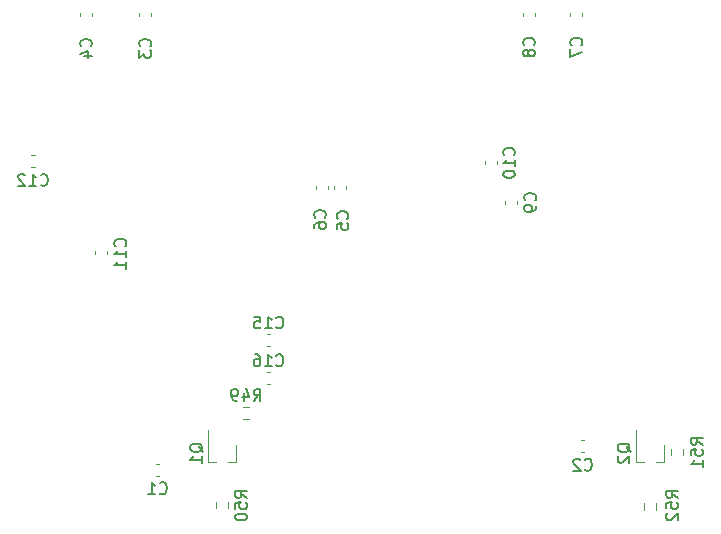
<source format=gbr>
%TF.GenerationSoftware,KiCad,Pcbnew,(6.0.0)*%
%TF.CreationDate,2022-04-09T17:12:42-04:00*%
%TF.ProjectId,ToneEncoderDecoder,546f6e65-456e-4636-9f64-65724465636f,rev?*%
%TF.SameCoordinates,Original*%
%TF.FileFunction,Legend,Bot*%
%TF.FilePolarity,Positive*%
%FSLAX46Y46*%
G04 Gerber Fmt 4.6, Leading zero omitted, Abs format (unit mm)*
G04 Created by KiCad (PCBNEW (6.0.0)) date 2022-04-09 17:12:42*
%MOMM*%
%LPD*%
G01*
G04 APERTURE LIST*
%ADD10C,0.150000*%
%ADD11C,0.120000*%
G04 APERTURE END LIST*
D10*
%TO.C,C1*%
X52966666Y-69357142D02*
X53014285Y-69404761D01*
X53157142Y-69452380D01*
X53252380Y-69452380D01*
X53395238Y-69404761D01*
X53490476Y-69309523D01*
X53538095Y-69214285D01*
X53585714Y-69023809D01*
X53585714Y-68880952D01*
X53538095Y-68690476D01*
X53490476Y-68595238D01*
X53395238Y-68500000D01*
X53252380Y-68452380D01*
X53157142Y-68452380D01*
X53014285Y-68500000D01*
X52966666Y-68547619D01*
X52014285Y-69452380D02*
X52585714Y-69452380D01*
X52300000Y-69452380D02*
X52300000Y-68452380D01*
X52395238Y-68595238D01*
X52490476Y-68690476D01*
X52585714Y-68738095D01*
%TO.C,C2*%
X88966666Y-67357142D02*
X89014285Y-67404761D01*
X89157142Y-67452380D01*
X89252380Y-67452380D01*
X89395238Y-67404761D01*
X89490476Y-67309523D01*
X89538095Y-67214285D01*
X89585714Y-67023809D01*
X89585714Y-66880952D01*
X89538095Y-66690476D01*
X89490476Y-66595238D01*
X89395238Y-66500000D01*
X89252380Y-66452380D01*
X89157142Y-66452380D01*
X89014285Y-66500000D01*
X88966666Y-66547619D01*
X88585714Y-66547619D02*
X88538095Y-66500000D01*
X88442857Y-66452380D01*
X88204761Y-66452380D01*
X88109523Y-66500000D01*
X88061904Y-66547619D01*
X88014285Y-66642857D01*
X88014285Y-66738095D01*
X88061904Y-66880952D01*
X88633333Y-67452380D01*
X88014285Y-67452380D01*
%TO.C,Q1*%
X56647619Y-65904761D02*
X56600000Y-65809523D01*
X56504761Y-65714285D01*
X56361904Y-65571428D01*
X56314285Y-65476190D01*
X56314285Y-65380952D01*
X56552380Y-65428571D02*
X56504761Y-65333333D01*
X56409523Y-65238095D01*
X56219047Y-65190476D01*
X55885714Y-65190476D01*
X55695238Y-65238095D01*
X55600000Y-65333333D01*
X55552380Y-65428571D01*
X55552380Y-65619047D01*
X55600000Y-65714285D01*
X55695238Y-65809523D01*
X55885714Y-65857142D01*
X56219047Y-65857142D01*
X56409523Y-65809523D01*
X56504761Y-65714285D01*
X56552380Y-65619047D01*
X56552380Y-65428571D01*
X56552380Y-66809523D02*
X56552380Y-66238095D01*
X56552380Y-66523809D02*
X55552380Y-66523809D01*
X55695238Y-66428571D01*
X55790476Y-66333333D01*
X55838095Y-66238095D01*
%TO.C,C15*%
X62842857Y-55327142D02*
X62890476Y-55374761D01*
X63033333Y-55422380D01*
X63128571Y-55422380D01*
X63271428Y-55374761D01*
X63366666Y-55279523D01*
X63414285Y-55184285D01*
X63461904Y-54993809D01*
X63461904Y-54850952D01*
X63414285Y-54660476D01*
X63366666Y-54565238D01*
X63271428Y-54470000D01*
X63128571Y-54422380D01*
X63033333Y-54422380D01*
X62890476Y-54470000D01*
X62842857Y-54517619D01*
X61890476Y-55422380D02*
X62461904Y-55422380D01*
X62176190Y-55422380D02*
X62176190Y-54422380D01*
X62271428Y-54565238D01*
X62366666Y-54660476D01*
X62461904Y-54708095D01*
X60985714Y-54422380D02*
X61461904Y-54422380D01*
X61509523Y-54898571D01*
X61461904Y-54850952D01*
X61366666Y-54803333D01*
X61128571Y-54803333D01*
X61033333Y-54850952D01*
X60985714Y-54898571D01*
X60938095Y-54993809D01*
X60938095Y-55231904D01*
X60985714Y-55327142D01*
X61033333Y-55374761D01*
X61128571Y-55422380D01*
X61366666Y-55422380D01*
X61461904Y-55374761D01*
X61509523Y-55327142D01*
%TO.C,Q2*%
X92847619Y-65904761D02*
X92800000Y-65809523D01*
X92704761Y-65714285D01*
X92561904Y-65571428D01*
X92514285Y-65476190D01*
X92514285Y-65380952D01*
X92752380Y-65428571D02*
X92704761Y-65333333D01*
X92609523Y-65238095D01*
X92419047Y-65190476D01*
X92085714Y-65190476D01*
X91895238Y-65238095D01*
X91800000Y-65333333D01*
X91752380Y-65428571D01*
X91752380Y-65619047D01*
X91800000Y-65714285D01*
X91895238Y-65809523D01*
X92085714Y-65857142D01*
X92419047Y-65857142D01*
X92609523Y-65809523D01*
X92704761Y-65714285D01*
X92752380Y-65619047D01*
X92752380Y-65428571D01*
X91847619Y-66238095D02*
X91800000Y-66285714D01*
X91752380Y-66380952D01*
X91752380Y-66619047D01*
X91800000Y-66714285D01*
X91847619Y-66761904D01*
X91942857Y-66809523D01*
X92038095Y-66809523D01*
X92180952Y-66761904D01*
X92752380Y-66190476D01*
X92752380Y-66809523D01*
%TO.C,C7*%
X88657142Y-31433333D02*
X88704761Y-31385714D01*
X88752380Y-31242857D01*
X88752380Y-31147619D01*
X88704761Y-31004761D01*
X88609523Y-30909523D01*
X88514285Y-30861904D01*
X88323809Y-30814285D01*
X88180952Y-30814285D01*
X87990476Y-30861904D01*
X87895238Y-30909523D01*
X87800000Y-31004761D01*
X87752380Y-31147619D01*
X87752380Y-31242857D01*
X87800000Y-31385714D01*
X87847619Y-31433333D01*
X87752380Y-31766666D02*
X87752380Y-32433333D01*
X88752380Y-32004761D01*
%TO.C,C12*%
X42892857Y-43257142D02*
X42940476Y-43304761D01*
X43083333Y-43352380D01*
X43178571Y-43352380D01*
X43321428Y-43304761D01*
X43416666Y-43209523D01*
X43464285Y-43114285D01*
X43511904Y-42923809D01*
X43511904Y-42780952D01*
X43464285Y-42590476D01*
X43416666Y-42495238D01*
X43321428Y-42400000D01*
X43178571Y-42352380D01*
X43083333Y-42352380D01*
X42940476Y-42400000D01*
X42892857Y-42447619D01*
X41940476Y-43352380D02*
X42511904Y-43352380D01*
X42226190Y-43352380D02*
X42226190Y-42352380D01*
X42321428Y-42495238D01*
X42416666Y-42590476D01*
X42511904Y-42638095D01*
X41559523Y-42447619D02*
X41511904Y-42400000D01*
X41416666Y-42352380D01*
X41178571Y-42352380D01*
X41083333Y-42400000D01*
X41035714Y-42447619D01*
X40988095Y-42542857D01*
X40988095Y-42638095D01*
X41035714Y-42780952D01*
X41607142Y-43352380D01*
X40988095Y-43352380D01*
%TO.C,C11*%
X50057142Y-48457142D02*
X50104761Y-48409523D01*
X50152380Y-48266666D01*
X50152380Y-48171428D01*
X50104761Y-48028571D01*
X50009523Y-47933333D01*
X49914285Y-47885714D01*
X49723809Y-47838095D01*
X49580952Y-47838095D01*
X49390476Y-47885714D01*
X49295238Y-47933333D01*
X49200000Y-48028571D01*
X49152380Y-48171428D01*
X49152380Y-48266666D01*
X49200000Y-48409523D01*
X49247619Y-48457142D01*
X50152380Y-49409523D02*
X50152380Y-48838095D01*
X50152380Y-49123809D02*
X49152380Y-49123809D01*
X49295238Y-49028571D01*
X49390476Y-48933333D01*
X49438095Y-48838095D01*
X50152380Y-50361904D02*
X50152380Y-49790476D01*
X50152380Y-50076190D02*
X49152380Y-50076190D01*
X49295238Y-49980952D01*
X49390476Y-49885714D01*
X49438095Y-49790476D01*
%TO.C,C8*%
X84657142Y-31433333D02*
X84704761Y-31385714D01*
X84752380Y-31242857D01*
X84752380Y-31147619D01*
X84704761Y-31004761D01*
X84609523Y-30909523D01*
X84514285Y-30861904D01*
X84323809Y-30814285D01*
X84180952Y-30814285D01*
X83990476Y-30861904D01*
X83895238Y-30909523D01*
X83800000Y-31004761D01*
X83752380Y-31147619D01*
X83752380Y-31242857D01*
X83800000Y-31385714D01*
X83847619Y-31433333D01*
X84180952Y-32004761D02*
X84133333Y-31909523D01*
X84085714Y-31861904D01*
X83990476Y-31814285D01*
X83942857Y-31814285D01*
X83847619Y-31861904D01*
X83800000Y-31909523D01*
X83752380Y-32004761D01*
X83752380Y-32195238D01*
X83800000Y-32290476D01*
X83847619Y-32338095D01*
X83942857Y-32385714D01*
X83990476Y-32385714D01*
X84085714Y-32338095D01*
X84133333Y-32290476D01*
X84180952Y-32195238D01*
X84180952Y-32004761D01*
X84228571Y-31909523D01*
X84276190Y-31861904D01*
X84371428Y-31814285D01*
X84561904Y-31814285D01*
X84657142Y-31861904D01*
X84704761Y-31909523D01*
X84752380Y-32004761D01*
X84752380Y-32195238D01*
X84704761Y-32290476D01*
X84657142Y-32338095D01*
X84561904Y-32385714D01*
X84371428Y-32385714D01*
X84276190Y-32338095D01*
X84228571Y-32290476D01*
X84180952Y-32195238D01*
%TO.C,C6*%
X66957142Y-46033333D02*
X67004761Y-45985714D01*
X67052380Y-45842857D01*
X67052380Y-45747619D01*
X67004761Y-45604761D01*
X66909523Y-45509523D01*
X66814285Y-45461904D01*
X66623809Y-45414285D01*
X66480952Y-45414285D01*
X66290476Y-45461904D01*
X66195238Y-45509523D01*
X66100000Y-45604761D01*
X66052380Y-45747619D01*
X66052380Y-45842857D01*
X66100000Y-45985714D01*
X66147619Y-46033333D01*
X66052380Y-46890476D02*
X66052380Y-46700000D01*
X66100000Y-46604761D01*
X66147619Y-46557142D01*
X66290476Y-46461904D01*
X66480952Y-46414285D01*
X66861904Y-46414285D01*
X66957142Y-46461904D01*
X67004761Y-46509523D01*
X67052380Y-46604761D01*
X67052380Y-46795238D01*
X67004761Y-46890476D01*
X66957142Y-46938095D01*
X66861904Y-46985714D01*
X66623809Y-46985714D01*
X66528571Y-46938095D01*
X66480952Y-46890476D01*
X66433333Y-46795238D01*
X66433333Y-46604761D01*
X66480952Y-46509523D01*
X66528571Y-46461904D01*
X66623809Y-46414285D01*
%TO.C,R50*%
X60352380Y-69769642D02*
X59876190Y-69436309D01*
X60352380Y-69198214D02*
X59352380Y-69198214D01*
X59352380Y-69579166D01*
X59400000Y-69674404D01*
X59447619Y-69722023D01*
X59542857Y-69769642D01*
X59685714Y-69769642D01*
X59780952Y-69722023D01*
X59828571Y-69674404D01*
X59876190Y-69579166D01*
X59876190Y-69198214D01*
X59352380Y-70674404D02*
X59352380Y-70198214D01*
X59828571Y-70150595D01*
X59780952Y-70198214D01*
X59733333Y-70293452D01*
X59733333Y-70531547D01*
X59780952Y-70626785D01*
X59828571Y-70674404D01*
X59923809Y-70722023D01*
X60161904Y-70722023D01*
X60257142Y-70674404D01*
X60304761Y-70626785D01*
X60352380Y-70531547D01*
X60352380Y-70293452D01*
X60304761Y-70198214D01*
X60257142Y-70150595D01*
X59352380Y-71341071D02*
X59352380Y-71436309D01*
X59400000Y-71531547D01*
X59447619Y-71579166D01*
X59542857Y-71626785D01*
X59733333Y-71674404D01*
X59971428Y-71674404D01*
X60161904Y-71626785D01*
X60257142Y-71579166D01*
X60304761Y-71531547D01*
X60352380Y-71436309D01*
X60352380Y-71341071D01*
X60304761Y-71245833D01*
X60257142Y-71198214D01*
X60161904Y-71150595D01*
X59971428Y-71102976D01*
X59733333Y-71102976D01*
X59542857Y-71150595D01*
X59447619Y-71198214D01*
X59400000Y-71245833D01*
X59352380Y-71341071D01*
%TO.C,R52*%
X96852380Y-69757142D02*
X96376190Y-69423809D01*
X96852380Y-69185714D02*
X95852380Y-69185714D01*
X95852380Y-69566666D01*
X95900000Y-69661904D01*
X95947619Y-69709523D01*
X96042857Y-69757142D01*
X96185714Y-69757142D01*
X96280952Y-69709523D01*
X96328571Y-69661904D01*
X96376190Y-69566666D01*
X96376190Y-69185714D01*
X95852380Y-70661904D02*
X95852380Y-70185714D01*
X96328571Y-70138095D01*
X96280952Y-70185714D01*
X96233333Y-70280952D01*
X96233333Y-70519047D01*
X96280952Y-70614285D01*
X96328571Y-70661904D01*
X96423809Y-70709523D01*
X96661904Y-70709523D01*
X96757142Y-70661904D01*
X96804761Y-70614285D01*
X96852380Y-70519047D01*
X96852380Y-70280952D01*
X96804761Y-70185714D01*
X96757142Y-70138095D01*
X95947619Y-71090476D02*
X95900000Y-71138095D01*
X95852380Y-71233333D01*
X95852380Y-71471428D01*
X95900000Y-71566666D01*
X95947619Y-71614285D01*
X96042857Y-71661904D01*
X96138095Y-71661904D01*
X96280952Y-71614285D01*
X96852380Y-71042857D01*
X96852380Y-71661904D01*
%TO.C,C9*%
X84757142Y-44583333D02*
X84804761Y-44535714D01*
X84852380Y-44392857D01*
X84852380Y-44297619D01*
X84804761Y-44154761D01*
X84709523Y-44059523D01*
X84614285Y-44011904D01*
X84423809Y-43964285D01*
X84280952Y-43964285D01*
X84090476Y-44011904D01*
X83995238Y-44059523D01*
X83900000Y-44154761D01*
X83852380Y-44297619D01*
X83852380Y-44392857D01*
X83900000Y-44535714D01*
X83947619Y-44583333D01*
X84852380Y-45059523D02*
X84852380Y-45250000D01*
X84804761Y-45345238D01*
X84757142Y-45392857D01*
X84614285Y-45488095D01*
X84423809Y-45535714D01*
X84042857Y-45535714D01*
X83947619Y-45488095D01*
X83900000Y-45440476D01*
X83852380Y-45345238D01*
X83852380Y-45154761D01*
X83900000Y-45059523D01*
X83947619Y-45011904D01*
X84042857Y-44964285D01*
X84280952Y-44964285D01*
X84376190Y-45011904D01*
X84423809Y-45059523D01*
X84471428Y-45154761D01*
X84471428Y-45345238D01*
X84423809Y-45440476D01*
X84376190Y-45488095D01*
X84280952Y-45535714D01*
%TO.C,C5*%
X68857142Y-46133333D02*
X68904761Y-46085714D01*
X68952380Y-45942857D01*
X68952380Y-45847619D01*
X68904761Y-45704761D01*
X68809523Y-45609523D01*
X68714285Y-45561904D01*
X68523809Y-45514285D01*
X68380952Y-45514285D01*
X68190476Y-45561904D01*
X68095238Y-45609523D01*
X68000000Y-45704761D01*
X67952380Y-45847619D01*
X67952380Y-45942857D01*
X68000000Y-46085714D01*
X68047619Y-46133333D01*
X67952380Y-47038095D02*
X67952380Y-46561904D01*
X68428571Y-46514285D01*
X68380952Y-46561904D01*
X68333333Y-46657142D01*
X68333333Y-46895238D01*
X68380952Y-46990476D01*
X68428571Y-47038095D01*
X68523809Y-47085714D01*
X68761904Y-47085714D01*
X68857142Y-47038095D01*
X68904761Y-46990476D01*
X68952380Y-46895238D01*
X68952380Y-46657142D01*
X68904761Y-46561904D01*
X68857142Y-46514285D01*
%TO.C,C4*%
X47157142Y-31533333D02*
X47204761Y-31485714D01*
X47252380Y-31342857D01*
X47252380Y-31247619D01*
X47204761Y-31104761D01*
X47109523Y-31009523D01*
X47014285Y-30961904D01*
X46823809Y-30914285D01*
X46680952Y-30914285D01*
X46490476Y-30961904D01*
X46395238Y-31009523D01*
X46300000Y-31104761D01*
X46252380Y-31247619D01*
X46252380Y-31342857D01*
X46300000Y-31485714D01*
X46347619Y-31533333D01*
X46585714Y-32390476D02*
X47252380Y-32390476D01*
X46204761Y-32152380D02*
X46919047Y-31914285D01*
X46919047Y-32533333D01*
%TO.C,R49*%
X60942857Y-61552380D02*
X61276190Y-61076190D01*
X61514285Y-61552380D02*
X61514285Y-60552380D01*
X61133333Y-60552380D01*
X61038095Y-60600000D01*
X60990476Y-60647619D01*
X60942857Y-60742857D01*
X60942857Y-60885714D01*
X60990476Y-60980952D01*
X61038095Y-61028571D01*
X61133333Y-61076190D01*
X61514285Y-61076190D01*
X60085714Y-60885714D02*
X60085714Y-61552380D01*
X60323809Y-60504761D02*
X60561904Y-61219047D01*
X59942857Y-61219047D01*
X59514285Y-61552380D02*
X59323809Y-61552380D01*
X59228571Y-61504761D01*
X59180952Y-61457142D01*
X59085714Y-61314285D01*
X59038095Y-61123809D01*
X59038095Y-60742857D01*
X59085714Y-60647619D01*
X59133333Y-60600000D01*
X59228571Y-60552380D01*
X59419047Y-60552380D01*
X59514285Y-60600000D01*
X59561904Y-60647619D01*
X59609523Y-60742857D01*
X59609523Y-60980952D01*
X59561904Y-61076190D01*
X59514285Y-61123809D01*
X59419047Y-61171428D01*
X59228571Y-61171428D01*
X59133333Y-61123809D01*
X59085714Y-61076190D01*
X59038095Y-60980952D01*
%TO.C,C10*%
X82957142Y-40744642D02*
X83004761Y-40697023D01*
X83052380Y-40554166D01*
X83052380Y-40458928D01*
X83004761Y-40316071D01*
X82909523Y-40220833D01*
X82814285Y-40173214D01*
X82623809Y-40125595D01*
X82480952Y-40125595D01*
X82290476Y-40173214D01*
X82195238Y-40220833D01*
X82100000Y-40316071D01*
X82052380Y-40458928D01*
X82052380Y-40554166D01*
X82100000Y-40697023D01*
X82147619Y-40744642D01*
X83052380Y-41697023D02*
X83052380Y-41125595D01*
X83052380Y-41411309D02*
X82052380Y-41411309D01*
X82195238Y-41316071D01*
X82290476Y-41220833D01*
X82338095Y-41125595D01*
X82052380Y-42316071D02*
X82052380Y-42411309D01*
X82100000Y-42506547D01*
X82147619Y-42554166D01*
X82242857Y-42601785D01*
X82433333Y-42649404D01*
X82671428Y-42649404D01*
X82861904Y-42601785D01*
X82957142Y-42554166D01*
X83004761Y-42506547D01*
X83052380Y-42411309D01*
X83052380Y-42316071D01*
X83004761Y-42220833D01*
X82957142Y-42173214D01*
X82861904Y-42125595D01*
X82671428Y-42077976D01*
X82433333Y-42077976D01*
X82242857Y-42125595D01*
X82147619Y-42173214D01*
X82100000Y-42220833D01*
X82052380Y-42316071D01*
%TO.C,C3*%
X52157142Y-31533333D02*
X52204761Y-31485714D01*
X52252380Y-31342857D01*
X52252380Y-31247619D01*
X52204761Y-31104761D01*
X52109523Y-31009523D01*
X52014285Y-30961904D01*
X51823809Y-30914285D01*
X51680952Y-30914285D01*
X51490476Y-30961904D01*
X51395238Y-31009523D01*
X51300000Y-31104761D01*
X51252380Y-31247619D01*
X51252380Y-31342857D01*
X51300000Y-31485714D01*
X51347619Y-31533333D01*
X51252380Y-31866666D02*
X51252380Y-32485714D01*
X51633333Y-32152380D01*
X51633333Y-32295238D01*
X51680952Y-32390476D01*
X51728571Y-32438095D01*
X51823809Y-32485714D01*
X52061904Y-32485714D01*
X52157142Y-32438095D01*
X52204761Y-32390476D01*
X52252380Y-32295238D01*
X52252380Y-32009523D01*
X52204761Y-31914285D01*
X52157142Y-31866666D01*
%TO.C,R51*%
X98952380Y-65257142D02*
X98476190Y-64923809D01*
X98952380Y-64685714D02*
X97952380Y-64685714D01*
X97952380Y-65066666D01*
X98000000Y-65161904D01*
X98047619Y-65209523D01*
X98142857Y-65257142D01*
X98285714Y-65257142D01*
X98380952Y-65209523D01*
X98428571Y-65161904D01*
X98476190Y-65066666D01*
X98476190Y-64685714D01*
X97952380Y-66161904D02*
X97952380Y-65685714D01*
X98428571Y-65638095D01*
X98380952Y-65685714D01*
X98333333Y-65780952D01*
X98333333Y-66019047D01*
X98380952Y-66114285D01*
X98428571Y-66161904D01*
X98523809Y-66209523D01*
X98761904Y-66209523D01*
X98857142Y-66161904D01*
X98904761Y-66114285D01*
X98952380Y-66019047D01*
X98952380Y-65780952D01*
X98904761Y-65685714D01*
X98857142Y-65638095D01*
X98952380Y-67161904D02*
X98952380Y-66590476D01*
X98952380Y-66876190D02*
X97952380Y-66876190D01*
X98095238Y-66780952D01*
X98190476Y-66685714D01*
X98238095Y-66590476D01*
%TO.C,C16*%
X62842857Y-58527142D02*
X62890476Y-58574761D01*
X63033333Y-58622380D01*
X63128571Y-58622380D01*
X63271428Y-58574761D01*
X63366666Y-58479523D01*
X63414285Y-58384285D01*
X63461904Y-58193809D01*
X63461904Y-58050952D01*
X63414285Y-57860476D01*
X63366666Y-57765238D01*
X63271428Y-57670000D01*
X63128571Y-57622380D01*
X63033333Y-57622380D01*
X62890476Y-57670000D01*
X62842857Y-57717619D01*
X61890476Y-58622380D02*
X62461904Y-58622380D01*
X62176190Y-58622380D02*
X62176190Y-57622380D01*
X62271428Y-57765238D01*
X62366666Y-57860476D01*
X62461904Y-57908095D01*
X61033333Y-57622380D02*
X61223809Y-57622380D01*
X61319047Y-57670000D01*
X61366666Y-57717619D01*
X61461904Y-57860476D01*
X61509523Y-58050952D01*
X61509523Y-58431904D01*
X61461904Y-58527142D01*
X61414285Y-58574761D01*
X61319047Y-58622380D01*
X61128571Y-58622380D01*
X61033333Y-58574761D01*
X60985714Y-58527142D01*
X60938095Y-58431904D01*
X60938095Y-58193809D01*
X60985714Y-58098571D01*
X61033333Y-58050952D01*
X61128571Y-58003333D01*
X61319047Y-58003333D01*
X61414285Y-58050952D01*
X61461904Y-58098571D01*
X61509523Y-58193809D01*
D11*
%TO.C,C1*%
X52653733Y-67910000D02*
X52946267Y-67910000D01*
X52653733Y-66890000D02*
X52946267Y-66890000D01*
%TO.C,C2*%
X88653733Y-65910000D02*
X88946267Y-65910000D01*
X88653733Y-64890000D02*
X88946267Y-64890000D01*
%TO.C,Q1*%
X58750000Y-66735000D02*
X59410000Y-66735000D01*
X59410000Y-65325000D02*
X59410000Y-66735000D01*
X57090000Y-66735000D02*
X57090000Y-64000000D01*
X57080000Y-66735000D02*
X57750000Y-66735000D01*
%TO.C,C15*%
X62346267Y-55890000D02*
X62053733Y-55890000D01*
X62346267Y-56910000D02*
X62053733Y-56910000D01*
%TO.C,Q2*%
X93330000Y-66735000D02*
X94000000Y-66735000D01*
X95000000Y-66735000D02*
X95660000Y-66735000D01*
X95660000Y-65325000D02*
X95660000Y-66735000D01*
X93340000Y-66735000D02*
X93340000Y-64000000D01*
%TO.C,C7*%
X87740000Y-28996267D02*
X87740000Y-28703733D01*
X88760000Y-28996267D02*
X88760000Y-28703733D01*
%TO.C,C12*%
X42103733Y-40740000D02*
X42396267Y-40740000D01*
X42103733Y-41760000D02*
X42396267Y-41760000D01*
%TO.C,C11*%
X47490000Y-48853733D02*
X47490000Y-49146267D01*
X48510000Y-48853733D02*
X48510000Y-49146267D01*
%TO.C,C8*%
X83740000Y-28703733D02*
X83740000Y-28996267D01*
X84760000Y-28703733D02*
X84760000Y-28996267D01*
%TO.C,C6*%
X67260000Y-43353733D02*
X67260000Y-43646267D01*
X66240000Y-43353733D02*
X66240000Y-43646267D01*
%TO.C,R50*%
X57727500Y-70667224D02*
X57727500Y-70157776D01*
X58772500Y-70667224D02*
X58772500Y-70157776D01*
%TO.C,R52*%
X93977500Y-70754724D02*
X93977500Y-70245276D01*
X95022500Y-70754724D02*
X95022500Y-70245276D01*
%TO.C,C9*%
X82240000Y-44896267D02*
X82240000Y-44603733D01*
X83260000Y-44896267D02*
X83260000Y-44603733D01*
%TO.C,C5*%
X68760000Y-43353733D02*
X68760000Y-43646267D01*
X67740000Y-43353733D02*
X67740000Y-43646267D01*
%TO.C,C4*%
X46240000Y-28703733D02*
X46240000Y-28996267D01*
X47260000Y-28703733D02*
X47260000Y-28996267D01*
%TO.C,R49*%
X60032776Y-63122500D02*
X60542224Y-63122500D01*
X60032776Y-62077500D02*
X60542224Y-62077500D01*
%TO.C,C10*%
X81510000Y-41533767D02*
X81510000Y-41241233D01*
X80490000Y-41533767D02*
X80490000Y-41241233D01*
%TO.C,C3*%
X51240000Y-28996267D02*
X51240000Y-28703733D01*
X52260000Y-28996267D02*
X52260000Y-28703733D01*
%TO.C,R51*%
X96277500Y-66167224D02*
X96277500Y-65657776D01*
X97322500Y-66167224D02*
X97322500Y-65657776D01*
%TO.C,C16*%
X62346267Y-59090000D02*
X62053733Y-59090000D01*
X62346267Y-60110000D02*
X62053733Y-60110000D01*
%TD*%
M02*

</source>
